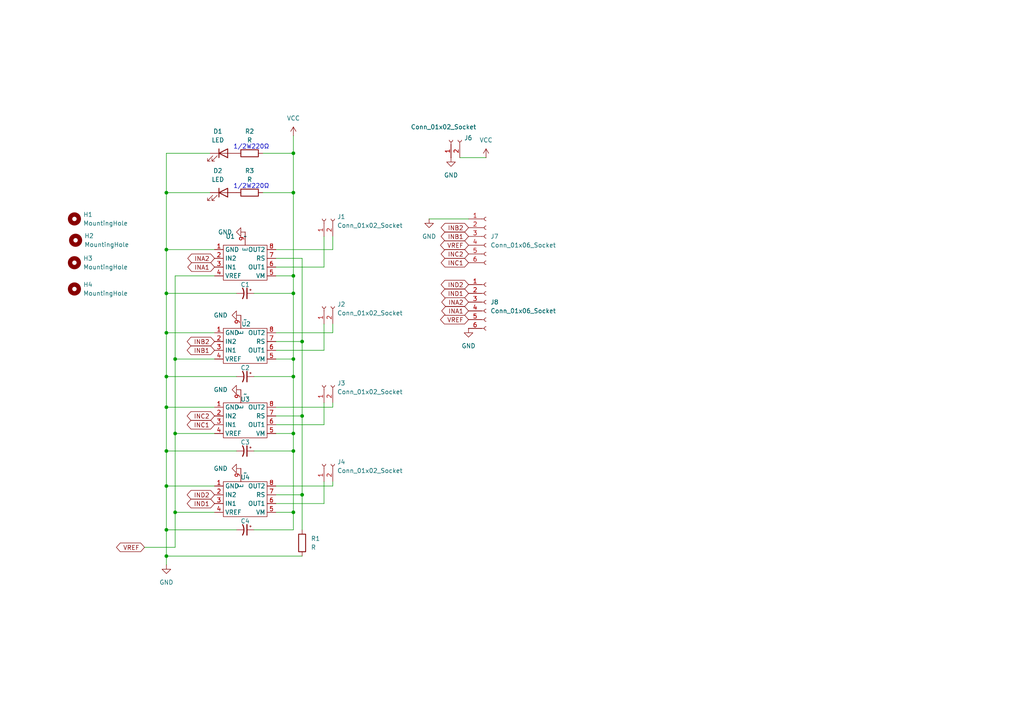
<source format=kicad_sch>
(kicad_sch (version 20250114) (generator "eeschema") (generator_version "9.0")
  (paper "A4")
  (lib_symbols
    (symbol "Connector:Conn_01x02_Socket" (pin_names (offset 1.016) (hide yes))
      (property "Reference" "J" (at 0 2.54 0))
      (property "Value" "Conn_01x02_Socket" (at 0 -5.08 0))
      (symbol "Conn_01x02_Socket_1_1"
        (polyline (pts (xy -1.27 0) (xy -0.508 0)) (stroke (width 0.1524)))
        (polyline (pts (xy -1.27 -2.54) (xy -0.508 -2.54)) (stroke (width 0.1524)))
        (arc (start 0 -0.508) (mid -0.5058 0) (end 0 0.508) (stroke (width 0.1524)))
        (arc (start 0 -3.048) (mid -0.5058 -2.54) (end 0 -2.032) (stroke (width 0.1524)))
        (pin passive line (at -5.08 0 0) (length 3.81) (name "Pin_1") (number "1"))
        (pin passive line (at -5.08 -2.54 0) (length 3.81) (name "Pin_2") (number "2"))
      )
    )
    (symbol "Connector:Conn_01x06_Socket" (pin_names (offset 1.016) (hide yes))
      (property "Reference" "J" (at 0 7.62 0))
      (property "Value" "Conn_01x06_Socket" (at 0 -10.16 0))
      (symbol "Conn_01x06_Socket_1_1"
        (polyline (pts (xy -1.27 5.08) (xy -0.508 5.08)) (stroke (width 0.1524)))
        (polyline (pts (xy -1.27 2.54) (xy -0.508 2.54)) (stroke (width 0.1524)))
        (polyline (pts (xy -1.27 0) (xy -0.508 0)) (stroke (width 0.1524)))
        (polyline (pts (xy -1.27 -2.54) (xy -0.508 -2.54)) (stroke (width 0.1524)))
        (polyline (pts (xy -1.27 -5.08) (xy -0.508 -5.08)) (stroke (width 0.1524)))
        (polyline (pts (xy -1.27 -7.62) (xy -0.508 -7.62)) (stroke (width 0.1524)))
        (arc (start 0 4.572) (mid -0.5058 5.08) (end 0 5.588) (stroke (width 0.1524)))
        (arc (start 0 2.032) (mid -0.5058 2.54) (end 0 3.048) (stroke (width 0.1524)))
        (arc (start 0 -0.508) (mid -0.5058 0) (end 0 0.508) (stroke (width 0.1524)))
        (arc (start 0 -3.048) (mid -0.5058 -2.54) (end 0 -2.032) (stroke (width 0.1524)))
        (arc (start 0 -5.588) (mid -0.5058 -5.08) (end 0 -4.572) (stroke (width 0.1524)))
        (arc (start 0 -8.128) (mid -0.5058 -7.62) (end 0 -7.112) (stroke (width 0.1524)))
        (pin passive line (at -5.08 5.08 0) (length 3.81) (name "Pin_1") (number "1"))
        (pin passive line (at -5.08 2.54 0) (length 3.81) (name "Pin_2") (number "2"))
        (pin passive line (at -5.08 0 0) (length 3.81) (name "Pin_3") (number "3"))
        (pin passive line (at -5.08 -2.54 0) (length 3.81) (name "Pin_4") (number "4"))
        (pin passive line (at -5.08 -5.08 0) (length 3.81) (name "Pin_5") (number "5"))
        (pin passive line (at -5.08 -7.62 0) (length 3.81) (name "Pin_6") (number "6"))
      )
    )
    (symbol "Device:C_Polarized_Small_US" (pin_numbers (hide yes)) (pin_names (offset 0.254) (hide yes))
      (property "Reference" "C" (at 0.254 1.778 0))
      (property "Value" "C_Polarized_Small_US" (at 0.254 -2.032 0))
      (symbol "C_Polarized_Small_US_0_1"
        (polyline (pts (xy -1.524 0.508) (xy 1.524 0.508)) (stroke (width 0.3048)))
        (polyline (pts (xy -1.27 1.524) (xy -0.762 1.524)))
        (polyline (pts (xy -1.016 1.27) (xy -1.016 1.778)))
        (arc (start -1.524 -0.762) (mid 0 -0.3734) (end 1.524 -0.762) (stroke (width 0.3048)))
      )
      (symbol "C_Polarized_Small_US_1_1"
        (pin passive line (at 0 2.54 270) (length 2.032) (name "~") (number "1"))
        (pin passive line (at 0 -2.54 90) (length 2.032) (name "~") (number "2"))
      )
    )
    (symbol "Device:LED" (pin_numbers (hide yes)) (pin_names (offset 1.016) (hide yes))
      (property "Reference" "D" (at 0 2.54 0))
      (property "Value" "LED" (at 0 -2.54 0))
      (symbol "LED_0_1"
        (polyline (pts (xy -3.048 -0.762) (xy -4.572 -2.286) (xy -3.81 -2.286) (xy -4.572 -2.286) (xy -4.572 -1.524)))
        (polyline (pts (xy -1.778 -0.762) (xy -3.302 -2.286) (xy -2.54 -2.286) (xy -3.302 -2.286) (xy -3.302 -1.524)))
        (polyline (pts (xy -1.27 0) (xy 1.27 0)))
        (polyline (pts (xy -1.27 -1.27) (xy -1.27 1.27)) (stroke (width 0.254)))
        (polyline (pts (xy 1.27 -1.27) (xy 1.27 1.27) (xy -1.27 0) (xy 1.27 -1.27)) (stroke (width 0.254)))
      )
      (symbol "LED_1_1"
        (pin passive line (at -3.81 0 0) (length 2.54) (name "K") (number "1"))
        (pin passive line (at 3.81 0 180) (length 2.54) (name "A") (number "2"))
      )
    )
    (symbol "Device:R" (pin_numbers (hide yes)) (pin_names (offset 0))
      (property "Reference" "R" (at 2.032 0 90))
      (property "Value" "R" (at 0 0 90))
      (symbol "R_0_1"
        (rectangle (start -1.016 -2.54) (end 1.016 2.54) (stroke (width 0.254)))
      )
      (symbol "R_1_1"
        (pin passive line (at 0 3.81 270) (length 1.27) (name "~") (number "1"))
        (pin passive line (at 0 -3.81 90) (length 1.27) (name "~") (number "2"))
      )
    )
    (symbol "Mechanical:MountingHole" (pin_names (offset 1.016)) (in_bom no)
      (property "Reference" "H" (at 0 5.08 0))
      (property "Value" "MountingHole" (at 0 3.175 0))
      (symbol "MountingHole_0_1"
        (circle (center 0 0) (radius 1.27) (stroke (width 1.27)))
      )
    )
    (symbol "TB67H450FNG:TB67H450FNG"
      (property "Reference" "U4" (at 0 6.35 0))
      (property "Value" "~" (at 0 7.62 0))
      (symbol "TB67H450FNG_0_1"
        (rectangle (start -6.35 5.08) (end 6.35 -5.08))
      )
      (symbol "TB67H450FNG_1_1"
        (pin bidirectional line (at -8.89 3.81 0) (length 2.54) (name "GND") (number "1"))
        (pin bidirectional line (at -8.89 1.27 0) (length 2.54) (name "IN2") (number "2"))
        (pin bidirectional line (at -8.89 -1.27 0) (length 2.54) (name "IN1") (number "3"))
        (pin bidirectional line (at -8.89 -3.81 0) (length 2.54) (name "VREF") (number "4"))
        (pin bidirectional line (at -1.27 8.89 270) (length 3.81) (name "E") (number "9"))
        (pin bidirectional line (at 8.89 3.81 180) (length 2.54) (name "OUT2") (number "8"))
        (pin bidirectional line (at 8.89 1.27 180) (length 2.54) (name "RS") (number "7"))
        (pin bidirectional line (at 8.89 -1.27 180) (length 2.54) (name "OUT1") (number "6"))
        (pin bidirectional line (at 8.89 -3.81 180) (length 2.54) (name "VM") (number "5"))
      )
    )
    (symbol "TB67H450FNG_1"
      (property "Reference" "U1" (at 0 10.16 0))
      (property "Value" "~" (at 0 7.62 0))
      (symbol "TB67H450FNG_1_0_1"
        (rectangle (start -6.35 5.08) (end 6.35 -5.08))
      )
      (symbol "TB67H450FNG_1_1_1"
        (pin bidirectional line (at -8.89 3.81 0) (length 2.54) (name "GND") (number "1"))
        (pin bidirectional line (at -8.89 1.27 0) (length 2.54) (name "IN2") (number "2"))
        (pin bidirectional line (at -8.89 -1.27 0) (length 2.54) (name "IN1") (number "3"))
        (pin bidirectional line (at -8.89 -3.81 0) (length 2.54) (name "VREF") (number "4"))
        (pin bidirectional line (at 0 8.89 270) (length 3.81) (name "E") (number "9"))
        (pin bidirectional line (at 8.89 3.81 180) (length 2.54) (name "OUT2") (number "8"))
        (pin bidirectional line (at 8.89 1.27 180) (length 2.54) (name "RS") (number "7"))
        (pin bidirectional line (at 8.89 -1.27 180) (length 2.54) (name "OUT1") (number "6"))
        (pin bidirectional line (at 8.89 -3.81 180) (length 2.54) (name "VM") (number "5"))
      )
    )
    (symbol "TB67H450FNG_2"
      (property "Reference" "U2" (at 0.254 6.35 0))
      (property "Value" "~" (at 0 7.62 0))
      (symbol "TB67H450FNG_2_0_1"
        (rectangle (start -6.35 5.08) (end 6.35 -5.08))
      )
      (symbol "TB67H450FNG_2_1_1"
        (pin bidirectional line (at -8.89 3.81 0) (length 2.54) (name "GND") (number "1"))
        (pin bidirectional line (at -8.89 1.27 0) (length 2.54) (name "IN2") (number "2"))
        (pin bidirectional line (at -8.89 -1.27 0) (length 2.54) (name "IN1") (number "3"))
        (pin bidirectional line (at -8.89 -3.81 0) (length 2.54) (name "VREF") (number "4"))
        (pin bidirectional line (at -1.27 8.89 270) (length 3.81) (name "E") (number "9"))
        (pin bidirectional line (at 8.89 3.81 180) (length 2.54) (name "OUT2") (number "8"))
        (pin bidirectional line (at 8.89 1.27 180) (length 2.54) (name "RS") (number "7"))
        (pin bidirectional line (at 8.89 -1.27 180) (length 2.54) (name "OUT1") (number "6"))
        (pin bidirectional line (at 8.89 -3.81 180) (length 2.54) (name "VM") (number "5"))
      )
    )
    (symbol "TB67H450FNG_3"
      (property "Reference" "U3" (at 0 6.096 0))
      (property "Value" "~" (at 0 7.62 0))
      (symbol "TB67H450FNG_3_0_1"
        (rectangle (start -6.35 5.08) (end 6.35 -5.08))
      )
      (symbol "TB67H450FNG_3_1_1"
        (pin bidirectional line (at -8.89 3.81 0) (length 2.54) (name "GND") (number "1"))
        (pin bidirectional line (at -8.89 1.27 0) (length 2.54) (name "IN2") (number "2"))
        (pin bidirectional line (at -8.89 -1.27 0) (length 2.54) (name "IN1") (number "3"))
        (pin bidirectional line (at -8.89 -3.81 0) (length 2.54) (name "VREF") (number "4"))
        (pin bidirectional line (at -1.27 8.89 270) (length 3.81) (name "E") (number "9"))
        (pin bidirectional line (at 8.89 3.81 180) (length 2.54) (name "OUT2") (number "8"))
        (pin bidirectional line (at 8.89 1.27 180) (length 2.54) (name "RS") (number "7"))
        (pin bidirectional line (at 8.89 -1.27 180) (length 2.54) (name "OUT1") (number "6"))
        (pin bidirectional line (at 8.89 -3.81 180) (length 2.54) (name "VM") (number "5"))
      )
    )
    (symbol "power:GND" (power) (pin_numbers (hide yes)) (pin_names (offset 0) (hide yes))
      (property "Value" "GND" (at 0 -3.81 0))
      (symbol "GND_0_1"
        (polyline (pts (xy 0 0) (xy 0 -1.27) (xy 1.27 -1.27) (xy 0 -2.54) (xy -1.27 -1.27) (xy 0 -1.27)))
      )
      (symbol "GND_1_1"
        (pin power_in line (at 0 0 270) (length 0) (name "~") (number "1"))
      )
    )
    (symbol "power:VCC" (power) (pin_numbers (hide yes)) (pin_names (offset 0) (hide yes))
      (property "Value" "VCC" (at 0 3.556 0))
      (symbol "VCC_0_1"
        (polyline (pts (xy -0.762 1.27) (xy 0 2.54)))
        (polyline (pts (xy 0 2.54) (xy 0.762 1.27)))
        (polyline (pts (xy 0 0) (xy 0 2.54)))
      )
      (symbol "VCC_1_1"
        (pin power_in line (at 0 0 90) (length 0) (name "~") (number "1"))
      )
    )
  )
  (text "1/2W220Ω" (at 72.898 42.672 0) (effects (font (size 1.27 1.27))))
  (text "1/2W220Ω" (at 72.898 54.102 0) (effects (font (size 1.27 1.27))))
  (junction (at 85.09 55.88))
  (junction (at 85.09 130.81))
  (junction (at 48.26 161.29))
  (junction (at 85.09 85.09))
  (junction (at 85.09 125.73))
  (junction (at 85.09 44.45))
  (junction (at 48.26 72.39))
  (junction (at 50.8 125.73))
  (junction (at 48.26 96.52))
  (junction (at 87.63 143.51))
  (junction (at 48.26 140.97))
  (junction (at 48.26 130.81))
  (junction (at 48.26 153.67))
  (junction (at 85.09 80.01))
  (junction (at 50.8 104.14))
  (junction (at 48.26 118.11))
  (junction (at 50.8 148.59))
  (junction (at 48.26 55.88))
  (junction (at 87.63 120.65))
  (junction (at 85.09 148.59))
  (junction (at 48.26 109.22))
  (junction (at 48.26 85.09))
  (junction (at 87.63 99.06))
  (junction (at 85.09 109.22))
  (junction (at 85.09 104.14))
  (wire (pts (xy 73.66 85.09) (xy 85.09 85.09)))
  (wire (pts (xy 41.91 158.75) (xy 50.8 158.75)))
  (wire (pts (xy 87.63 143.51) (xy 87.63 153.67)))
  (wire (pts (xy 48.26 109.22) (xy 68.58 109.22)))
  (wire (pts (xy 50.8 125.73) (xy 50.8 148.59)))
  (wire (pts (xy 124.46 63.5) (xy 135.89 63.5)))
  (wire (pts (xy 48.26 96.52) (xy 48.26 109.22)))
  (wire (pts (xy 48.26 72.39) (xy 48.26 85.09)))
  (wire (pts (xy 48.26 72.39) (xy 62.23 72.39)))
  (wire (pts (xy 48.26 55.88) (xy 60.96 55.88)))
  (wire (pts (xy 80.01 80.01) (xy 85.09 80.01)))
  (wire (pts (xy 93.98 101.6) (xy 80.01 101.6)))
  (wire (pts (xy 50.8 104.14) (xy 50.8 125.73)))
  (wire (pts (xy 85.09 109.22) (xy 85.09 125.73)))
  (wire (pts (xy 93.98 123.19) (xy 80.01 123.19)))
  (wire (pts (xy 80.01 125.73) (xy 85.09 125.73)))
  (wire (pts (xy 85.09 80.01) (xy 85.09 85.09)))
  (wire (pts (xy 48.26 161.29) (xy 48.26 163.83)))
  (wire (pts (xy 48.26 130.81) (xy 68.58 130.81)))
  (wire (pts (xy 85.09 130.81) (xy 85.09 148.59)))
  (wire (pts (xy 48.26 44.45) (xy 60.96 44.45)))
  (wire (pts (xy 85.09 104.14) (xy 85.09 109.22)))
  (wire (pts (xy 48.26 140.97) (xy 48.26 153.67)))
  (wire (pts (xy 96.52 118.11) (xy 96.52 116.84)))
  (wire (pts (xy 85.09 55.88) (xy 85.09 80.01)))
  (wire (pts (xy 93.98 93.98) (xy 93.98 101.6)))
  (wire (pts (xy 50.8 80.01) (xy 62.23 80.01)))
  (wire (pts (xy 80.01 99.06) (xy 87.63 99.06)))
  (wire (pts (xy 96.52 140.97) (xy 96.52 139.7)))
  (wire (pts (xy 87.63 120.65) (xy 87.63 143.51)))
  (wire (pts (xy 48.26 140.97) (xy 62.23 140.97)))
  (wire (pts (xy 93.98 139.7) (xy 93.98 146.05)))
  (wire (pts (xy 85.09 39.37) (xy 85.09 44.45)))
  (wire (pts (xy 80.01 104.14) (xy 85.09 104.14)))
  (wire (pts (xy 50.8 148.59) (xy 62.23 148.59)))
  (wire (pts (xy 48.26 153.67) (xy 48.26 161.29)))
  (wire (pts (xy 93.98 77.47) (xy 80.01 77.47)))
  (wire (pts (xy 87.63 99.06) (xy 87.63 120.65)))
  (wire (pts (xy 48.26 44.45) (xy 48.26 55.88)))
  (wire (pts (xy 50.8 125.73) (xy 62.23 125.73)))
  (wire (pts (xy 48.26 118.11) (xy 62.23 118.11)))
  (wire (pts (xy 85.09 44.45) (xy 85.09 55.88)))
  (wire (pts (xy 87.63 143.51) (xy 80.01 143.51)))
  (wire (pts (xy 73.66 153.67) (xy 85.09 153.67)))
  (wire (pts (xy 96.52 72.39) (xy 96.52 68.58)))
  (wire (pts (xy 85.09 148.59) (xy 80.01 148.59)))
  (wire (pts (xy 80.01 140.97) (xy 96.52 140.97)))
  (wire (pts (xy 50.8 80.01) (xy 50.8 104.14)))
  (wire (pts (xy 96.52 96.52) (xy 80.01 96.52)))
  (wire (pts (xy 93.98 146.05) (xy 80.01 146.05)))
  (wire (pts (xy 48.26 96.52) (xy 62.23 96.52)))
  (wire (pts (xy 48.26 109.22) (xy 48.26 118.11)))
  (wire (pts (xy 80.01 74.93) (xy 87.63 74.93)))
  (wire (pts (xy 87.63 74.93) (xy 87.63 99.06)))
  (wire (pts (xy 85.09 125.73) (xy 85.09 130.81)))
  (wire (pts (xy 96.52 93.98) (xy 96.52 96.52)))
  (wire (pts (xy 73.66 130.81) (xy 85.09 130.81)))
  (wire (pts (xy 133.35 45.72) (xy 140.97 45.72)))
  (wire (pts (xy 50.8 158.75) (xy 50.8 148.59)))
  (wire (pts (xy 80.01 120.65) (xy 87.63 120.65)))
  (wire (pts (xy 48.26 85.09) (xy 48.26 96.52)))
  (wire (pts (xy 76.2 55.88) (xy 85.09 55.88)))
  (wire (pts (xy 80.01 72.39) (xy 96.52 72.39)))
  (wire (pts (xy 85.09 85.09) (xy 85.09 104.14)))
  (wire (pts (xy 93.98 116.84) (xy 93.98 123.19)))
  (wire (pts (xy 48.26 161.29) (xy 87.63 161.29)))
  (wire (pts (xy 93.98 68.58) (xy 93.98 77.47)))
  (wire (pts (xy 48.26 130.81) (xy 48.26 140.97)))
  (wire (pts (xy 48.26 118.11) (xy 48.26 130.81)))
  (wire (pts (xy 48.26 85.09) (xy 68.58 85.09)))
  (wire (pts (xy 80.01 118.11) (xy 96.52 118.11)))
  (wire (pts (xy 76.2 44.45) (xy 85.09 44.45)))
  (wire (pts (xy 50.8 104.14) (xy 62.23 104.14)))
  (wire (pts (xy 48.26 153.67) (xy 68.58 153.67)))
  (wire (pts (xy 85.09 148.59) (xy 85.09 153.67)))
  (wire (pts (xy 73.66 109.22) (xy 85.09 109.22)))
  (wire (pts (xy 48.26 55.88) (xy 48.26 72.39)))
  (global_label "IND2" (shape bidirectional) (at 135.89 82.55 180) (property "Intersheetrefs" "${INTERSHEET_REFS}" (effects (hide yes))))
  (global_label "INC2" (shape bidirectional) (at 135.89 73.66 180) (property "Intersheetrefs" "${INTERSHEET_REFS}" (effects (hide yes))))
  (global_label "VREF" (shape bidirectional) (at 41.91 158.75 180) (property "Intersheetrefs" "${INTERSHEET_REFS}" (effects (hide yes))))
  (global_label "INB2" (shape bidirectional) (at 135.89 66.04 180) (property "Intersheetrefs" "${INTERSHEET_REFS}" (effects (hide yes))))
  (global_label "INC2" (shape bidirectional) (at 62.23 120.65 180) (property "Intersheetrefs" "${INTERSHEET_REFS}" (effects (hide yes))))
  (global_label "INC1" (shape bidirectional) (at 62.23 123.19 180) (property "Intersheetrefs" "${INTERSHEET_REFS}" (effects (hide yes))))
  (global_label "INA2" (shape bidirectional) (at 62.23 74.93 180) (property "Intersheetrefs" "${INTERSHEET_REFS}" (effects (hide yes))))
  (global_label "VREF" (shape bidirectional) (at 135.89 71.12 180) (property "Intersheetrefs" "${INTERSHEET_REFS}" (effects (hide yes))))
  (global_label "INB2" (shape bidirectional) (at 62.23 99.06 180) (property "Intersheetrefs" "${INTERSHEET_REFS}" (effects (hide yes))))
  (global_label "INC1" (shape bidirectional) (at 135.89 76.2 180) (property "Intersheetrefs" "${INTERSHEET_REFS}" (effects (hide yes))))
  (global_label "IND1" (shape bidirectional) (at 62.23 146.05 180) (property "Intersheetrefs" "${INTERSHEET_REFS}" (effects (hide yes))))
  (global_label "IND2" (shape bidirectional) (at 62.23 143.51 180) (property "Intersheetrefs" "${INTERSHEET_REFS}" (effects (hide yes))))
  (global_label "INA2" (shape bidirectional) (at 135.89 87.63 180) (property "Intersheetrefs" "${INTERSHEET_REFS}" (effects (hide yes))))
  (global_label "INA1" (shape bidirectional) (at 135.89 90.17 180) (property "Intersheetrefs" "${INTERSHEET_REFS}" (effects (hide yes))))
  (global_label "VREF" (shape bidirectional) (at 135.89 92.71 180) (property "Intersheetrefs" "${INTERSHEET_REFS}" (effects (hide yes))))
  (global_label "INB1" (shape bidirectional) (at 62.23 101.6 180) (property "Intersheetrefs" "${INTERSHEET_REFS}" (effects (hide yes))))
  (global_label "INB1" (shape bidirectional) (at 135.89 68.58 180) (property "Intersheetrefs" "${INTERSHEET_REFS}" (effects (hide yes))))
  (global_label "IND1" (shape bidirectional) (at 135.89 85.09 180) (property "Intersheetrefs" "${INTERSHEET_REFS}" (effects (hide yes))))
  (global_label "INA1" (shape bidirectional) (at 62.23 77.47 180) (property "Intersheetrefs" "${INTERSHEET_REFS}" (effects (hide yes))))
  (symbol (lib_id "Connector:Conn_01x06_Socket") (at 140.97 68.58 0) (unit 1)
    (property "Reference" "J7" (at 142.24 68.5799 0) (effects (justify left)))
    (property "Value" "Conn_01x06_Socket" (at 142.24 71.1199 0) (effects (justify left)))
    (property "Footprint" "Connector_JST:JST_XH_S6B-XH-A_1x06_P2.50mm_Horizontal" (effects (hide yes)))
    (property "Description" "Generic connector, single row, 01x06, script generated" (effects (hide yes)))
  )
  (symbol (lib_id "power:GND") (at 69.85 113.03 270) (unit 1)
    (property "Reference" "#PWR08" (effects (hide yes)))
    (property "Value" "GND" (at 66.04 113.0299 90) (effects (justify right)))
    (property "Description" "Power symbol creates a global label with name \"GND\" , ground" (effects (hide yes)))
  )
  (symbol (lib_id "Mechanical:MountingHole") (at 21.59 83.82 0) (unit 1) (in_bom no)
    (property "Reference" "H4" (at 24.13 82.5499 0) (effects (justify left)))
    (property "Value" "MountingHole" (at 24.13 85.0899 0) (effects (justify left)))
    (property "Footprint" "MountingHole:MountingHole_3.2mm_M3" (effects (hide yes)))
    (property "Description" "Mounting Hole without connection" (effects (hide yes)))
  )
  (symbol (lib_id "Mechanical:MountingHole") (at 21.59 63.5 0) (unit 1) (in_bom no)
    (property "Reference" "H1" (at 24.13 62.2299 0) (effects (justify left)))
    (property "Value" "MountingHole" (at 24.13 64.7699 0) (effects (justify left)))
    (property "Footprint" "MountingHole:MountingHole_3.2mm_M3" (effects (hide yes)))
    (property "Description" "Mounting Hole without connection" (effects (hide yes)))
  )
  (symbol (lib_id "power:VCC") (at 140.97 45.72 0) (unit 1)
    (property "Reference" "#PWR05" (effects (hide yes)))
    (property "Value" "VCC" (at 140.97 40.64 0))
    (property "Description" "Power symbol creates a global label with name \"VCC\"" (effects (hide yes)))
  )
  (symbol (lib_id "power:VCC") (at 85.09 39.37 0) (unit 1)
    (property "Reference" "#PWR04" (effects (hide yes)))
    (property "Value" "VCC" (at 85.09 34.29 0))
    (property "Description" "Power symbol creates a global label with name \"VCC\"" (effects (hide yes)))
  )
  (symbol (lib_id "Device:R") (at 72.39 55.88 90) (unit 1)
    (property "Reference" "R3" (at 72.39 49.53 90))
    (property "Value" "R" (at 72.39 52.07 90))
    (property "Footprint" "Resistor_THT:R_Axial_DIN0309_L9.0mm_D3.2mm_P12.70mm_Horizontal" (effects (hide yes)))
    (property "Description" "Resistor" (effects (hide yes)))
  )
  (symbol (lib_id "Device:LED") (at 64.77 55.88 0) (unit 1)
    (property "Reference" "D2" (at 63.1825 49.53 0))
    (property "Value" "LED" (at 63.1825 52.07 0))
    (property "Footprint" "LED_SMD:LED_0603_1608Metric_Pad1.05x0.95mm_HandSolder" (effects (hide yes)))
    (property "Description" "Light emitting diode" (effects (hide yes)))
    (property "Sim.Pins" "1=K 2=A" (effects (hide yes)))
  )
  (symbol (lib_id "Device:R") (at 72.39 44.45 90) (unit 1)
    (property "Reference" "R2" (at 72.39 38.1 90))
    (property "Value" "R" (at 72.39 40.64 90))
    (property "Footprint" "Resistor_THT:R_Axial_DIN0309_L9.0mm_D3.2mm_P12.70mm_Horizontal" (effects (hide yes)))
    (property "Description" "Resistor" (effects (hide yes)))
  )
  (symbol (lib_name "TB67H450FNG_1") (lib_id "TB67H450FNG:TB67H450FNG") (at 71.12 76.2 0) (unit 1)
    (property "Reference" "U1" (at 66.802 68.58 0))
    (property "Value" "~" (at 71.12 68.58 0))
    (property "Footprint" "Package_SO:HSOP-8-1EP_3.9x4.9mm_P1.27mm_EP2.3x2.3mm" (effects (hide yes)))
  )
  (symbol (lib_id "Mechanical:MountingHole") (at 21.59 76.2 0) (unit 1) (in_bom no)
    (property "Reference" "H3" (at 24.13 74.9299 0) (effects (justify left)))
    (property "Value" "MountingHole" (at 24.13 77.4699 0) (effects (justify left)))
    (property "Footprint" "MountingHole:MountingHole_3.2mm_M3" (effects (hide yes)))
    (property "Description" "Mounting Hole without connection" (effects (hide yes)))
  )
  (symbol (lib_id "power:GND") (at 69.85 135.89 270) (unit 1)
    (property "Reference" "#PWR07" (effects (hide yes)))
    (property "Value" "GND" (at 66.04 135.8899 90) (effects (justify right)))
    (property "Description" "Power symbol creates a global label with name \"GND\" , ground" (effects (hide yes)))
  )
  (symbol (lib_id "Connector:Conn_01x02_Socket") (at 130.81 40.64 90) (unit 1)
    (property "Reference" "J6" (at 134.62 40.0049 90) (effects (justify right)))
    (property "Value" "Conn_01x02_Socket" (at 119.126 36.83 90) (effects (justify right)))
    (property "Footprint" "Connector_AMASS:AMASS_XT60-F_1x02_P7.20mm_Vertical" (effects (hide yes)))
    (property "Description" "Generic connector, single row, 01x02, script generated" (effects (hide yes)))
  )
  (symbol (lib_id "power:GND") (at 124.46 63.5 0) (unit 1)
    (property "Reference" "#PWR03" (effects (hide yes)))
    (property "Value" "GND" (at 124.46 68.58 0))
    (property "Description" "Power symbol creates a global label with name \"GND\" , ground" (effects (hide yes)))
  )
  (symbol (lib_id "power:GND") (at 48.26 163.83 0) (unit 1)
    (property "Reference" "#PWR01" (effects (hide yes)))
    (property "Value" "GND" (at 48.26 168.91 0))
    (property "Description" "Power symbol creates a global label with name \"GND\" , ground" (effects (hide yes)))
  )
  (symbol (lib_name "TB67H450FNG_3") (lib_id "TB67H450FNG:TB67H450FNG") (at 71.12 121.92 0) (unit 1)
    (property "Reference" "U3" (at 71.12 115.824 0))
    (property "Value" "~" (at 71.12 114.3 0))
    (property "Footprint" "Package_SO:HSOP-8-1EP_3.9x4.9mm_P1.27mm_EP2.3x2.3mm" (effects (hide yes)))
  )
  (symbol (lib_id "power:GND") (at 71.12 67.31 270) (unit 1)
    (property "Reference" "#PWR010" (effects (hide yes)))
    (property "Value" "GND" (at 67.31 67.3099 90) (effects (justify right)))
    (property "Description" "Power symbol creates a global label with name \"GND\" , ground" (effects (hide yes)))
  )
  (symbol (lib_id "power:GND") (at 130.81 45.72 0) (unit 1)
    (property "Reference" "#PWR06" (effects (hide yes)))
    (property "Value" "GND" (at 130.81 50.8 0))
    (property "Description" "Power symbol creates a global label with name \"GND\" , ground" (effects (hide yes)))
  )
  (symbol (lib_id "power:GND") (at 69.85 91.44 270) (unit 1)
    (property "Reference" "#PWR09" (effects (hide yes)))
    (property "Value" "GND" (at 66.04 91.4399 90) (effects (justify right)))
    (property "Description" "Power symbol creates a global label with name \"GND\" , ground" (effects (hide yes)))
  )
  (symbol (lib_id "Mechanical:MountingHole") (at 21.9211 69.6871 0) (unit 1) (in_bom no)
    (property "Reference" "H2" (at 24.4611 68.417 0) (effects (justify left)))
    (property "Value" "MountingHole" (at 24.4611 70.957 0) (effects (justify left)))
    (property "Footprint" "MountingHole:MountingHole_3.2mm_M3" (effects (hide yes)))
    (property "Description" "Mounting Hole without connection" (effects (hide yes)))
  )
  (symbol (lib_id "Device:C_Polarized_Small_US") (at 71.12 153.67 270) (unit 1)
    (property "Reference" "C4" (at 71.12 151.13 90))
    (property "Value" "C_Polarized_Small_US" (effects (hide yes)))
    (property "Footprint" "Capacitor_THT:CP_Radial_D6.3mm_P2.50mm" (effects (hide yes)))
    (property "Description" "Polarized capacitor, small US symbol" (effects (hide yes)))
  )
  (symbol (lib_id "Connector:Conn_01x02_Socket") (at 93.98 88.9 90) (unit 1)
    (property "Reference" "J2" (at 97.79 88.2649 90) (effects (justify right)))
    (property "Value" "Conn_01x02_Socket" (at 97.79 90.8049 90) (effects (justify right)))
    (property "Footprint" "Connector_JST:JST_VH_B2PS-VH_1x02_P3.96mm_Horizontal" (effects (hide yes)))
    (property "Description" "Generic connector, single row, 01x02, script generated" (effects (hide yes)))
  )
  (symbol (lib_id "Device:R") (at 87.63 157.48 0) (unit 1)
    (property "Reference" "R1" (at 90.17 156.2099 0) (effects (justify left)))
    (property "Value" "R" (at 90.17 158.7499 0) (effects (justify left)))
    (property "Footprint" "Resistor_THT:R_Axial_DIN0309_L9.0mm_D3.2mm_P12.70mm_Horizontal" (effects (hide yes)))
    (property "Description" "Resistor" (effects (hide yes)))
  )
  (symbol (lib_id "Device:LED") (at 64.77 44.45 0) (unit 1)
    (property "Reference" "D1" (at 63.1825 38.1 0))
    (property "Value" "LED" (at 63.1825 40.64 0))
    (property "Footprint" "LED_SMD:LED_0603_1608Metric_Pad1.05x0.95mm_HandSolder" (effects (hide yes)))
    (property "Description" "Light emitting diode" (effects (hide yes)))
    (property "Sim.Pins" "1=K 2=A" (effects (hide yes)))
  )
  (symbol (lib_id "Device:C_Polarized_Small_US") (at 71.12 109.22 270) (unit 1)
    (property "Reference" "C2" (at 71.12 106.68 90))
    (property "Value" "C_Polarized_Small_US" (effects (hide yes)))
    (property "Footprint" "Capacitor_THT:CP_Radial_D6.3mm_P2.50mm" (effects (hide yes)))
    (property "Description" "Polarized capacitor, small US symbol" (effects (hide yes)))
  )
  (symbol (lib_name "TB67H450FNG_2") (lib_id "TB67H450FNG:TB67H450FNG") (at 71.12 100.33 0) (unit 1)
    (property "Reference" "U2" (at 71.374 93.98 0))
    (property "Value" "~" (at 71.12 92.71 0))
    (property "Footprint" "Package_SO:HSOP-8-1EP_3.9x4.9mm_P1.27mm_EP2.3x2.3mm" (effects (hide yes)))
  )
  (symbol (lib_id "Connector:Conn_01x02_Socket") (at 93.98 111.76 90) (unit 1)
    (property "Reference" "J3" (at 97.79 111.1249 90) (effects (justify right)))
    (property "Value" "Conn_01x02_Socket" (at 97.79 113.6649 90) (effects (justify right)))
    (property "Footprint" "Connector_JST:JST_VH_B2PS-VH_1x02_P3.96mm_Horizontal" (effects (hide yes)))
    (property "Description" "Generic connector, single row, 01x02, script generated" (effects (hide yes)))
  )
  (symbol (lib_id "TB67H450FNG:TB67H450FNG") (at 71.12 144.78 0) (unit 1)
    (property "Reference" "U4" (at 71.12 138.43 0))
    (property "Value" "~" (at 71.12 137.16 0))
    (property "Footprint" "Package_SO:HSOP-8-1EP_3.9x4.9mm_P1.27mm_EP2.3x2.3mm" (effects (hide yes)))
  )
  (symbol (lib_id "Device:C_Polarized_Small_US") (at 71.12 130.81 270) (unit 1)
    (property "Reference" "C3" (at 71.12 128.27 90))
    (property "Value" "C_Polarized_Small_US" (effects (hide yes)))
    (property "Footprint" "Capacitor_THT:CP_Radial_D6.3mm_P2.50mm" (effects (hide yes)))
    (property "Description" "Polarized capacitor, small US symbol" (effects (hide yes)))
  )
  (symbol (lib_id "Connector:Conn_01x02_Socket") (at 93.98 63.5 90) (unit 1)
    (property "Reference" "J1" (at 97.79 62.8649 90) (effects (justify right)))
    (property "Value" "Conn_01x02_Socket" (at 97.79 65.4049 90) (effects (justify right)))
    (property "Footprint" "Connector_JST:JST_VH_B2PS-VH_1x02_P3.96mm_Horizontal" (effects (hide yes)))
    (property "Description" "Generic connector, single row, 01x02, script generated" (effects (hide yes)))
  )
  (symbol (lib_id "power:GND") (at 135.89 95.25 0) (unit 1)
    (property "Reference" "#PWR02" (effects (hide yes)))
    (property "Value" "GND" (at 135.89 100.33 0))
    (property "Description" "Power symbol creates a global label with name \"GND\" , ground" (effects (hide yes)))
  )
  (symbol (lib_id "Device:C_Polarized_Small_US") (at 71.12 85.09 270) (unit 1)
    (property "Reference" "C1" (at 71.12 82.55 90))
    (property "Value" "C_Polarized_Small_US" (effects (hide yes)))
    (property "Footprint" "Capacitor_THT:CP_Radial_D6.3mm_P2.50mm" (effects (hide yes)))
    (property "Description" "Polarized capacitor, small US symbol" (effects (hide yes)))
  )
  (symbol (lib_id "Connector:Conn_01x06_Socket") (at 140.97 87.63 0) (unit 1)
    (property "Reference" "J8" (at 142.24 87.6299 0) (effects (justify left)))
    (property "Value" "Conn_01x06_Socket" (at 142.24 90.1699 0) (effects (justify left)))
    (property "Footprint" "Connector_JST:JST_XH_S6B-XH-A_1x06_P2.50mm_Horizontal" (effects (hide yes)))
    (property "Description" "Generic connector, single row, 01x06, script generated" (effects (hide yes)))
  )
  (symbol (lib_id "Connector:Conn_01x02_Socket") (at 93.98 134.62 90) (unit 1)
    (property "Reference" "J4" (at 97.79 133.9849 90) (effects (justify right)))
    (property "Value" "Conn_01x02_Socket" (at 97.79 136.5249 90) (effects (justify right)))
    (property "Footprint" "Connector_JST:JST_VH_B2PS-VH_1x02_P3.96mm_Horizontal" (effects (hide yes)))
    (property "Description" "Generic connector, single row, 01x02, script generated" (effects (hide yes)))
  )
)
</source>
